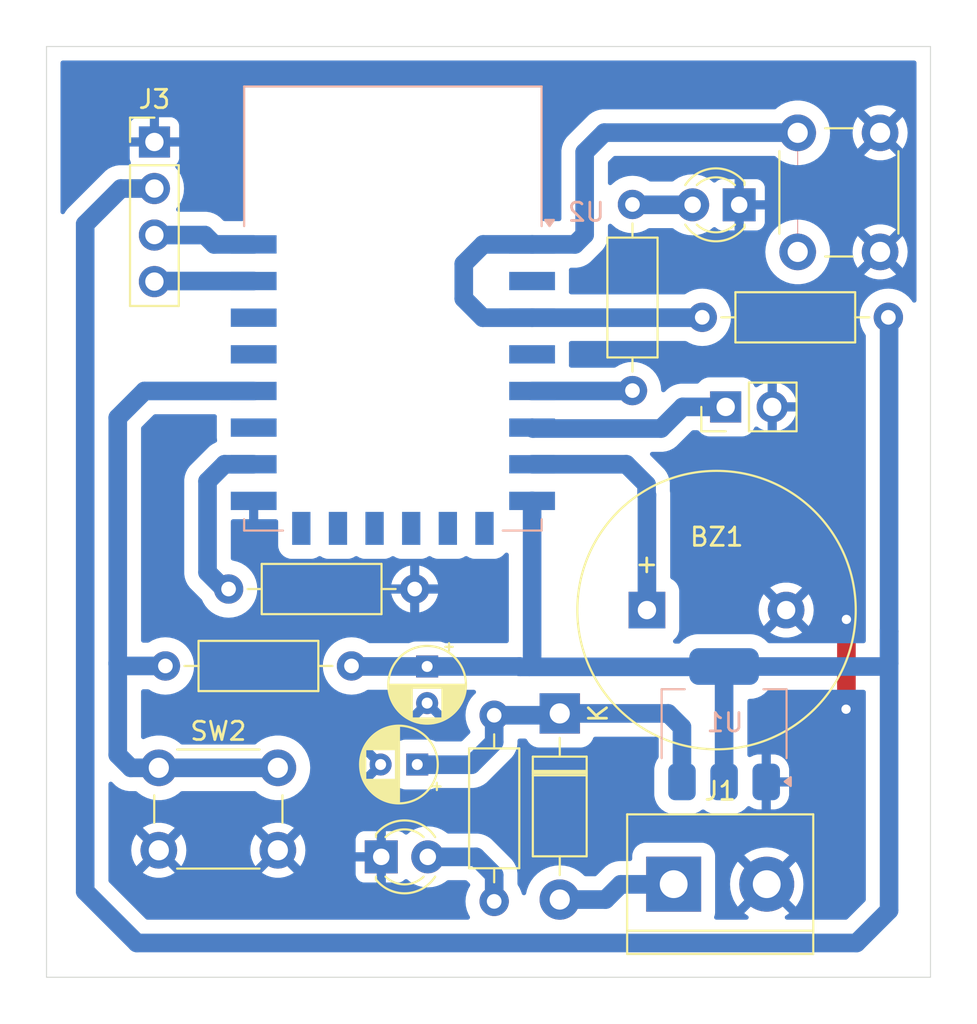
<source format=kicad_pcb>
(kicad_pcb (version 20240108) (generator "pcbnew") (generator_version "8.0")
  (layers (0 "F.Cu" signal) (31 "B.Cu" signal) (34 "B.Paste" user) (35 "F.Paste" user) (36 "B.SilkS" user "B.Silkscreen") (37 "F.SilkS" user "F.Silkscreen") (38 "B.Mask" user) (39 "F.Mask" user) (44 "Edge.Cuts" user))
  (net 0 "")
  (net 1 "GND")
  (net 2 "Net-(BZ1-+)")
  (net 3 "Net-(D1-K)")
  (net 4 "+3.3V")
  (net 5 "Net-(D1-A)")
  (net 6 "Net-(D2-A)")
  (net 7 "Net-(D3-A)")
  (net 8 "/TXD")
  (net 9 "/RXD")
  (net 10 "Net-(SW1A-B)")
  (net 11 "Net-(SW2A-A)")
  (net 12 "Net-(U2-GPIO15)")
  (net 13 "Net-(U2-GPIO14)")
  (net 14 "Net-(SW3-A)")
  (footprint "Button_Switch_THT:SW_PUSH_6mm" (layer "F.Cu") (at 134.41 55.51 -90)
    (property "Reference" "SW1" (hide yes))
    (property "Value" "Reset")
    (fp_line (start 1 5.5) (end 5.5 5.5) (stroke (width 0.12)) (layer "F.SilkS"))
    (fp_line (start 6.75 3) (end 6.75 1.5) (stroke (width 0.12)) (layer "F.SilkS"))
    (fp_line (start -0.25 1.5) (end -0.25 3) (stroke (width 0.12)) (layer "F.SilkS"))
    (fp_line (start 5.5 -1) (end 1 -1) (stroke (width 0.12)) (layer "F.SilkS"))
    (pad "1" thru_hole circle (at 0 0) (size 2 2) (drill 1.1) (layers "*.Cu" "*.Mask") (net 1 "GND"))
    (pad "1" thru_hole circle (at 6.5 0) (size 2 2) (drill 1.1) (layers "*.Cu" "*.Mask") (net 1 "GND"))
    (pad "2" thru_hole circle (at 0 4.5) (size 2 2) (drill 1.1) (layers "*.Cu" "*.Mask") (net 10 "Net-(SW1A-B)"))
    (pad "2" thru_hole circle (at 6.5 4.5) (size 2 2) (drill 1.1) (layers "*.Cu" "*.Mask") (net 10 "Net-(SW1A-B)"))
  )
  (footprint "Resistor_THT:R_Axial_DIN0207_L6.3mm_D2.5mm_P10.16mm_Horizontal" (layer "F.Cu") (at 98.84 80.41)
    (property "Reference" "R4" (hide yes))
    (property "Value" "10k")
    (fp_line (start 1.04 0) (end 1.81 0) (stroke (width 0.12)) (layer "F.SilkS"))
    (fp_line (start 1.81 -1.37) (end 1.81 1.37) (stroke (width 0.12)) (layer "F.SilkS"))
    (fp_line (start 1.81 1.37) (end 8.35 1.37) (stroke (width 0.12)) (layer "F.SilkS"))
    (fp_line (start 8.35 -1.37) (end 1.81 -1.37) (stroke (width 0.12)) (layer "F.SilkS"))
    (fp_line (start 8.35 1.37) (end 8.35 -1.37) (stroke (width 0.12)) (layer "F.SilkS"))
    (fp_line (start 9.12 0) (end 8.35 0) (stroke (width 0.12)) (layer "F.SilkS"))
    (pad "1" thru_hole circle (at 0 0) (size 1.6 1.6) (drill 0.8) (layers "*.Cu" "*.Mask") (net 12 "Net-(U2-GPIO15)"))
    (pad "2" thru_hole oval (at 10.16 0) (size 1.6 1.6) (drill 0.8) (layers "*.Cu" "*.Mask") (net 1 "GND"))
  )
  (footprint "Buzzer_Beeper:Buzzer_15x7.5RM7.6" (layer "F.Cu") (at 121.68 81.56)
    (property "Reference" "BZ1" (at 3.81 -3.99 0) (layer "F.SilkS"))
    (property "Value" "Buzzer")
    (fp_circle (center 3.8 0) (end 11.4 0) (stroke (width 0.12)) (fill none) (layer "F.SilkS"))
    (fp_text user "+" (at -0.01 -2.54 0) (layer "F.SilkS"))
    (pad "1" thru_hole rect (at 0 0) (size 2 2) (drill 1) (layers "*.Cu" "*.Mask") (net 2 "Net-(BZ1-+)"))
    (pad "2" thru_hole circle (at 7.6 0) (size 2 2) (drill 1) (layers "*.Cu" "*.Mask") (net 1 "GND"))
  )
  (footprint "Connector_PinHeader_2.54mm:PinHeader_1x04_P2.54mm_Vertical" (layer "F.Cu") (at 94.79 56.01)
    (property "Reference" "J3" (at 0 -2.33 0) (layer "F.SilkS"))
    (property "Value" "Programer")
    (fp_line (start -1.33 -1.33) (end 0 -1.33) (stroke (width 0.12)) (layer "F.SilkS"))
    (fp_line (start -1.33 0) (end -1.33 -1.33) (stroke (width 0.12)) (layer "F.SilkS"))
    (fp_line (start -1.33 1.27) (end -1.33 8.95) (stroke (width 0.12)) (layer "F.SilkS"))
    (fp_line (start -1.33 1.27) (end 1.33 1.27) (stroke (width 0.12)) (layer "F.SilkS"))
    (fp_line (start -1.33 8.95) (end 1.33 8.95) (stroke (width 0.12)) (layer "F.SilkS"))
    (fp_line (start 1.33 1.27) (end 1.33 8.95) (stroke (width 0.12)) (layer "F.SilkS"))
    (pad "1" thru_hole rect (at 0 0) (size 1.7 1.7) (drill 1) (layers "*.Cu" "*.Mask") (net 1 "GND"))
    (pad "2" thru_hole oval (at 0 2.54) (size 1.7 1.7) (drill 1) (layers "*.Cu" "*.Mask") (net 4 "+3.3V"))
    (pad "3" thru_hole oval (at 0 5.08) (size 1.7 1.7) (drill 1) (layers "*.Cu" "*.Mask") (net 8 "/TXD"))
    (pad "4" thru_hole oval (at 0 7.62) (size 1.7 1.7) (drill 1) (layers "*.Cu" "*.Mask") (net 9 "/RXD"))
  )
  (footprint "Resistor_THT:R_Axial_DIN0207_L6.3mm_D2.5mm_P10.16mm_Horizontal" (layer "F.Cu") (at 134.86 65.58 180)
    (property "Reference" "R2" (hide yes))
    (property "Value" "10k")
    (fp_line (start 9.12 0) (end 8.35 0) (stroke (width 0.12)) (layer "F.SilkS"))
    (fp_line (start 8.35 1.37) (end 8.35 -1.37) (stroke (width 0.12)) (layer "F.SilkS"))
    (fp_line (start 8.35 -1.37) (end 1.81 -1.37) (stroke (width 0.12)) (layer "F.SilkS"))
    (fp_line (start 1.81 1.37) (end 8.35 1.37) (stroke (width 0.12)) (layer "F.SilkS"))
    (fp_line (start 1.81 -1.37) (end 1.81 1.37) (stroke (width 0.12)) (layer "F.SilkS"))
    (fp_line (start 1.04 0) (end 1.81 0) (stroke (width 0.12)) (layer "F.SilkS"))
    (pad "1" thru_hole circle (at 0 0 180) (size 1.6 1.6) (drill 0.8) (layers "*.Cu" "*.Mask") (net 4 "+3.3V"))
    (pad "2" thru_hole oval (at 10.16 0 180) (size 1.6 1.6) (drill 0.8) (layers "*.Cu" "*.Mask") (net 10 "Net-(SW1A-B)"))
  )
  (footprint "TerminalBlock:TerminalBlock_bornier-2_P5.08mm" (layer "F.Cu") (at 123.14 96.52)
    (property "Reference" "J1" (at 2.54 -5.08 0) (layer "F.SilkS"))
    (property "Value" "Power")
    (fp_line (start -2.54 -3.81) (end -2.54 3.81) (stroke (width 0.12)) (layer "F.SilkS"))
    (fp_line (start -2.54 3.81) (end 7.62 3.81) (stroke (width 0.12)) (layer "F.SilkS"))
    (fp_line (start 7.62 -3.81) (end -2.54 -3.81) (stroke (width 0.12)) (layer "F.SilkS"))
    (fp_line (start 7.62 2.54) (end -2.54 2.54) (stroke (width 0.12)) (layer "F.SilkS"))
    (fp_line (start 7.62 3.81) (end 7.62 -3.81) (stroke (width 0.12)) (layer "F.SilkS"))
    (pad "1" thru_hole rect (at 0 0) (size 3 3) (drill 1.52) (layers "*.Cu" "*.Mask") (net 5 "Net-(D1-A)"))
    (pad "2" thru_hole circle (at 5.08 0) (size 3 3) (drill 1.52) (layers "*.Cu" "*.Mask") (net 1 "GND"))
  )
  (footprint "Button_Switch_THT:SW_PUSH_6mm" (layer "F.Cu") (at 95.03 90.17)
    (property "Reference" "SW2" (at 3.25 -2 360) (layer "F.SilkS"))
    (property "Value" "Mode")
    (fp_line (start -0.25 1.5) (end -0.25 3) (stroke (width 0.12)) (layer "F.SilkS"))
    (fp_line (start 1 5.5) (end 5.5 5.5) (stroke (width 0.12)) (layer "F.SilkS"))
    (fp_line (start 5.5 -1) (end 1 -1) (stroke (width 0.12)) (layer "F.SilkS"))
    (fp_line (start 6.75 3) (end 6.75 1.5) (stroke (width 0.12)) (layer "F.SilkS"))
    (pad "1" thru_hole circle (at 0 0 90) (size 2 2) (drill 1.1) (layers "*.Cu" "*.Mask") (net 11 "Net-(SW2A-A)"))
    (pad "1" thru_hole circle (at 6.5 0 90) (size 2 2) (drill 1.1) (layers "*.Cu" "*.Mask") (net 11 "Net-(SW2A-A)"))
    (pad "2" thru_hole circle (at 0 4.5 90) (size 2 2) (drill 1.1) (layers "*.Cu" "*.Mask") (net 1 "GND"))
    (pad "2" thru_hole circle (at 6.5 4.5 90) (size 2 2) (drill 1.1) (layers "*.Cu" "*.Mask") (net 1 "GND"))
  )
  (footprint "Connector_PinHeader_2.54mm:PinHeader_1x02_P2.54mm_Vertical" (layer "F.Cu") (at 125.98 70.47 90)
    (property "Reference" "SW3" (hide yes))
    (property "Value" "Button")
    (fp_line (start -1.33 -1.33) (end 0 -1.33) (stroke (width 0.12)) (layer "F.SilkS"))
    (fp_line (start -1.33 0) (end -1.33 -1.33) (stroke (width 0.12)) (layer "F.SilkS"))
    (fp_line (start 1.33 1.27) (end 1.33 3.87) (stroke (width 0.12)) (layer "F.SilkS"))
    (fp_line (start -1.33 1.27) (end 1.33 1.27) (stroke (width 0.12)) (layer "F.SilkS"))
    (fp_line (start -1.33 1.27) (end -1.33 3.87) (stroke (width 0.12)) (layer "F.SilkS"))
    (fp_line (start -1.33 3.87) (end 1.33 3.87) (stroke (width 0.12)) (layer "F.SilkS"))
    (pad "1" thru_hole rect (at 0 0 90) (size 1.7 1.7) (drill 1) (layers "*.Cu" "*.Mask") (net 14 "Net-(SW3-A)"))
    (pad "2" thru_hole oval (at 0 2.54 90) (size 1.7 1.7) (drill 1) (layers "*.Cu" "*.Mask") (net 1 "GND"))
  )
  (footprint "Resistor_THT:R_Axial_DIN0207_L6.3mm_D2.5mm_P10.16mm_Horizontal" (layer "F.Cu") (at 120.89 69.58 90)
    (property "Reference" "R5" (hide yes))
    (property "Value" "100")
    (fp_line (start 8.35 -1.37) (end 1.81 -1.37) (stroke (width 0.12)) (layer "F.SilkS"))
    (fp_line (start 1.81 -1.37) (end 1.81 1.37) (stroke (width 0.12)) (layer "F.SilkS"))
    (fp_line (start 9.12 0) (end 8.35 0) (stroke (width 0.12)) (layer "F.SilkS"))
    (fp_line (start 1.04 0) (end 1.81 0) (stroke (width 0.12)) (layer "F.SilkS"))
    (fp_line (start 8.35 1.37) (end 8.35 -1.37) (stroke (width 0.12)) (layer "F.SilkS"))
    (fp_line (start 1.81 1.37) (end 8.35 1.37) (stroke (width 0.12)) (layer "F.SilkS"))
    (pad "1" thru_hole circle (at 0 0 90) (size 1.6 1.6) (drill 0.8) (layers "*.Cu" "*.Mask") (net 13 "Net-(U2-GPIO14)"))
    (pad "2" thru_hole oval (at 10.16 0 90) (size 1.6 1.6) (drill 0.8) (layers "*.Cu" "*.Mask") (net 7 "Net-(D3-A)"))
  )
  (footprint "Diode_THT:D_DO-41_SOD81_P10.16mm_Horizontal" (layer "F.Cu") (at 116.92 87.2 -90)
    (property "Reference" "D1" (hide yes))
    (property "Value" "1N4001")
    (fp_line (start 2.36 1.47) (end 7.8 1.47) (stroke (width 0.12)) (layer "F.SilkS"))
    (fp_line (start 7.8 1.47) (end 7.8 -1.47) (stroke (width 0.12)) (layer "F.SilkS"))
    (fp_line (start 1.34 0) (end 2.36 0) (stroke (width 0.12)) (layer "F.SilkS"))
    (fp_line (start 8.82 0) (end 7.8 0) (stroke (width 0.12)) (layer "F.SilkS"))
    (fp_line (start 2.36 -1.47) (end 2.36 1.47) (stroke (width 0.12)) (layer "F.SilkS"))
    (fp_line (start 3.14 -1.47) (end 3.14 1.47) (stroke (width 0.12)) (layer "F.SilkS"))
    (fp_line (start 3.26 -1.47) (end 3.26 1.47) (stroke (width 0.12)) (layer "F.SilkS"))
    (fp_line (start 3.38 -1.47) (end 3.38 1.47) (stroke (width 0.12)) (layer "F.SilkS"))
    (fp_line (start 7.8 -1.47) (end 2.36 -1.47) (stroke (width 0.12)) (layer "F.SilkS"))
    (fp_text user "K" (at 0 -2.1 90) (layer "F.SilkS"))
    (pad "1" thru_hole rect (at 0 0 270) (size 2.2 2.2) (drill 1.1) (layers "*.Cu" "*.Mask") (net 3 "Net-(D1-K)"))
    (pad "2" thru_hole oval (at 10.16 0 270) (size 2.2 2.2) (drill 1.1) (layers "*.Cu" "*.Mask") (net 5 "Net-(D1-A)"))
  )
  (footprint "LED_THT:LED_D3.0mm_Clear" (layer "F.Cu") (at 107.175 95.03)
    (property "Reference" "D2" (hide yes))
    (property "Value" "LED")
    (fp_line (start -0.29 -1.236) (end -0.29 -1.08) (stroke (width 0.12)) (layer "F.SilkS"))
    (fp_line (start -0.29 1.08) (end -0.29 1.236) (stroke (width 0.12)) (layer "F.SilkS"))
    (fp_arc (start -0.29 -1.235516) (mid 1.366487 -1.987659) (end 2.942335 -1.078608) (stroke (width 0.12)) (layer "F.SilkS"))
    (fp_arc (start 0.229039 -1.08) (mid 1.270117 -1.5) (end 2.31113 -1.079837) (stroke (width 0.12)) (layer "F.SilkS"))
    (fp_arc (start 2.31113 1.079837) (mid 1.270117 1.5) (end 0.229039 1.08) (stroke (width 0.12)) (layer "F.SilkS"))
    (fp_arc (start 2.942335 1.078608) (mid 1.366487 1.987659) (end -0.29 1.235516) (stroke (width 0.12)) (layer "F.SilkS"))
    (pad "1" thru_hole rect (at 0 0) (size 1.8 1.8) (drill 0.9) (layers "*.Cu" "*.Mask") (net 1 "GND"))
    (pad "2" thru_hole circle (at 2.54 0) (size 1.8 1.8) (drill 0.9) (layers "*.Cu" "*.Mask") (net 6 "Net-(D2-A)"))
  )
  (footprint "Resistor_THT:R_Axial_DIN0207_L6.3mm_D2.5mm_P10.16mm_Horizontal" (layer "F.Cu") (at 105.55 84.61 180)
    (property "Reference" "R3" (hide yes))
    (property "Value" "10k")
    (fp_line (start 9.12 0) (end 8.35 0) (stroke (width 0.12)) (layer "F.SilkS"))
    (fp_line (start 8.35 1.37) (end 8.35 -1.37) (stroke (width 0.12)) (layer "F.SilkS"))
    (fp_line (start 8.35 -1.37) (end 1.81 -1.37) (stroke (width 0.12)) (layer "F.SilkS"))
    (fp_line (start 1.81 1.37) (end 8.35 1.37) (stroke (width 0.12)) (layer "F.SilkS"))
    (fp_line (start 1.81 -1.37) (end 1.81 1.37) (stroke (width 0.12)) (layer "F.SilkS"))
    (fp_line (start 1.04 0) (end 1.81 0) (stroke (width 0.12)) (layer "F.SilkS"))
    (pad "1" thru_hole circle (at 0 0 180) (size 1.6 1.6) (drill 0.8) (layers "*.Cu" "*.Mask") (net 4 "+3.3V"))
    (pad "2" thru_hole oval (at 10.16 0 180) (size 1.6 1.6) (drill 0.8) (layers "*.Cu" "*.Mask") (net 11 "Net-(SW2A-A)"))
  )
  (footprint "Capacitor_THT:CP_Radial_D4.0mm_P2.00mm" (layer "F.Cu") (at 109.68 84.637401 -90)
    (property "Reference" "C2" (hide yes))
    (property "Value" "10uF")
    (fp_line (start 1.2 0.84) (end 1.2 2.071) (stroke (width 0.12)) (layer "F.SilkS"))
    (fp_line (start 1.24 0.84) (end 1.24 2.067) (stroke (width 0.12)) (layer "F.SilkS"))
    (fp_line (start 1.28 0.84) (end 1.28 2.062) (stroke (width 0.12)) (layer "F.SilkS"))
    (fp_line (start 1.32 0.84) (end 1.32 2.056) (stroke (width 0.12)) (layer "F.SilkS"))
    (fp_line (start 1.36 0.84) (end 1.36 2.05) (stroke (width 0.12)) (layer "F.SilkS"))
    (fp_line (start 1.4 0.84) (end 1.4 2.042) (stroke (width 0.12)) (layer "F.SilkS"))
    (fp_line (start 1.44 0.84) (end 1.44 2.034) (stroke (width 0.12)) (layer "F.SilkS"))
    (fp_line (start 1.48 0.84) (end 1.48 2.025) (stroke (width 0.12)) (layer "F.SilkS"))
    (fp_line (start 1.52 0.84) (end 1.52 2.016) (stroke (width 0.12)) (layer "F.SilkS"))
    (fp_line (start 1.56 0.84) (end 1.56 2.005) (stroke (width 0.12)) (layer "F.SilkS"))
    (fp_line (start 1.6 0.84) (end 1.6 1.994) (stroke (width 0.12)) (layer "F.SilkS"))
    (fp_line (start 1.64 0.84) (end 1.64 1.982) (stroke (width 0.12)) (layer "F.SilkS"))
    (fp_line (start 1.68 0.84) (end 1.68 1.968) (stroke (width 0.12)) (layer "F.SilkS"))
    (fp_line (start 1.721 0.84) (end 1.721 1.954) (stroke (width 0.12)) (layer "F.SilkS"))
    (fp_line (start 1.761 0.84) (end 1.761 1.94) (stroke (width 0.12)) (layer "F.SilkS"))
    (fp_line (start 1.801 0.84) (end 1.801 1.924) (stroke (width 0.12)) (layer "F.SilkS"))
    (fp_line (start 1.841 0.84) (end 1.841 1.907) (stroke (width 0.12)) (layer "F.SilkS"))
    (fp_line (start 1.881 0.84) (end 1.881 1.889) (stroke (width 0.12)) (layer "F.SilkS"))
    (fp_line (start 1.921 0.84) (end 1.921 1.87) (stroke (width 0.12)) (layer "F.SilkS"))
    (fp_line (start 1.961 0.84) (end 1.961 1.851) (stroke (width 0.12)) (layer "F.SilkS"))
    (fp_line (start 2.001 0.84) (end 2.001 1.83) (stroke (width 0.12)) (layer "F.SilkS"))
    (fp_line (start 2.041 0.84) (end 2.041 1.808) (stroke (width 0.12)) (layer "F.SilkS"))
    (fp_line (start 2.081 0.84) (end 2.081 1.785) (stroke (width 0.12)) (layer "F.SilkS"))
    (fp_line (start 2.121 0.84) (end 2.121 1.76) (stroke (width 0.12)) (layer "F.SilkS"))
    (fp_line (start 2.161 0.84) (end 2.161 1.735) (stroke (width 0.12)) (layer "F.SilkS"))
    (fp_line (start 2.201 0.84) (end 2.201 1.708) (stroke (width 0.12)) (layer "F.SilkS"))
    (fp_line (start 2.241 0.84) (end 2.241 1.68) (stroke (width 0.12)) (layer "F.SilkS"))
    (fp_line (start 2.281 0.84) (end 2.281 1.65) (stroke (width 0.12)) (layer "F.SilkS"))
    (fp_line (start 2.321 0.84) (end 2.321 1.619) (stroke (width 0.12)) (layer "F.SilkS"))
    (fp_line (start 2.361 0.84) (end 2.361 1.587) (stroke (width 0.12)) (layer "F.SilkS"))
    (fp_line (start 2.401 0.84) (end 2.401 1.552) (stroke (width 0.12)) (layer "F.SilkS"))
    (fp_line (start 2.441 0.84) (end 2.441 1.516) (stroke (width 0.12)) (layer "F.SilkS"))
    (fp_line (start 2.481 0.84) (end 2.481 1.478) (stroke (width 0.12)) (layer "F.SilkS"))
    (fp_line (start 2.521 0.84) (end 2.521 1.438) (stroke (width 0.12)) (layer "F.SilkS"))
    (fp_line (start 2.561 0.84) (end 2.561 1.396) (stroke (width 0.12)) (layer "F.SilkS"))
    (fp_line (start 2.601 0.84) (end 2.601 1.351) (stroke (width 0.12)) (layer "F.SilkS"))
    (fp_line (start 2.641 0.84) (end 2.641 1.304) (stroke (width 0.12)) (layer "F.SilkS"))
    (fp_line (start 2.681 0.84) (end 2.681 1.254) (stroke (width 0.12)) (layer "F.SilkS"))
    (fp_line (start 2.721 0.84) (end 2.721 1.2) (stroke (width 0.12)) (layer "F.SilkS"))
    (fp_line (start 2.761 0.84) (end 2.761 1.142) (stroke (width 0.12)) (layer "F.SilkS"))
    (fp_line (start 2.801 0.84) (end 2.801 1.08) (stroke (width 0.12)) (layer "F.SilkS"))
    (fp_line (start 3.081 -0.37) (end 3.081 0.37) (stroke (width 0.12)) (layer "F.SilkS"))
    (fp_line (start 3.041 -0.537) (end 3.041 0.537) (stroke (width 0.12)) (layer "F.SilkS"))
    (fp_line (start 3.001 -0.664) (end 3.001 0.664) (stroke (width 0.12)) (layer "F.SilkS"))
    (fp_line (start 2.961 -0.768) (end 2.961 0.768) (stroke (width 0.12)) (layer "F.SilkS"))
    (fp_line (start 2.921 -0.859) (end 2.921 0.859) (stroke (width 0.12)) (layer "F.SilkS"))
    (fp_line (start 2.881 -0.94) (end 2.881 0.94) (stroke (width 0.12)) (layer "F.SilkS"))
    (fp_line (start 2.841 -1.013) (end 2.841 1.013) (stroke (width 0.12)) (layer "F.SilkS"))
    (fp_line (start 2.801 -1.08) (end 2.801 -0.84) (stroke (width 0.12)) (layer "F.SilkS"))
    (fp_line (start 2.761 -1.142) (end 2.761 -0.84) (stroke (width 0.12)) (layer "F.SilkS"))
    (fp_line (start -1.269801 -1.195) (end -0.869801 -1.195) (stroke (width 0.12)) (layer "F.SilkS"))
    (fp_line (start 2.721 -1.2) (end 2.721 -0.84) (stroke (width 0.12)) (layer "F.SilkS"))
    (fp_line (start 2.681 -1.254) (end 2.681 -0.84) (stroke (width 0.12)) (layer "F.SilkS"))
    (fp_line (start 2.641 -1.304) (end 2.641 -0.84) (stroke (width 0.12)) (layer "F.SilkS"))
    (fp_line (start 2.601 -1.351) (end 2.601 -0.84) (stroke (width 0.12)) (layer "F.SilkS"))
    (fp_line (start -1.069801 -1.395) (end -1.069801 -0.995) (stroke (width 0.12)) (layer "F.SilkS"))
    (fp_line (start 2.561 -1.396) (end 2.561 -0.84) (stroke (width 0.12)) (layer "F.SilkS"))
    (fp_line (start 2.521 -1.438) (end 2.521 -0.84) (stroke (width 0.12)) (layer "F.SilkS"))
    (fp_line (start 2.481 -1.478) (end 2.481 -0.84) (stroke (width 0.12)) (layer "F.SilkS"))
    (fp_line (start 2.441 -1.516) (end 2.441 -0.84) (stroke (width 0.12)) (layer "F.SilkS"))
    (fp_line (start 2.401 -1.552) (end 2.401 -0.84) (stroke (width 0.12)) (layer "F.SilkS"))
    (fp_line (start 2.361 -1.587) (end 2.361 -0.84) (stroke (width 0.12)) (layer "F.SilkS"))
    (fp_line (start 2.321 -1.619) (end 2.321 -0.84) (stroke (width 0.12)) (layer "F.SilkS"))
    (fp_line (start 2.281 -1.65) (end 2.281 -0.84) (stroke (width 0.12)) (layer "F.SilkS"))
    (fp_line (start 2.241 -1.68) (end 2.241 -0.84) (stroke (width 0.12)) (layer "F.SilkS"))
    (fp_line (start 2.201 -1.708) (end 2.201 -0.84) (stroke (width 0.12)) (layer "F.SilkS"))
    (fp_line (start 2.161 -1.735) (end 2.161 -0.84) (stroke (width 0.12)) (layer "F.SilkS"))
    (fp_line (start 2.121 -1.76) (end 2.121 -0.84) (stroke (width 0.12)) (layer "F.SilkS"))
    (fp_line (start 2.081 -1.785) (end 2.081 -0.84) (stroke (width 0.12)) (layer "F.SilkS"))
    (fp_line (start 2.041 -1.808) (end 2.041 -0.84) (stroke (width 0.12)) (layer "F.SilkS"))
    (fp_line (start 2.001 -1.83) (end 2.001 -0.84) (stroke (width 0.12)) (layer "F.SilkS"))
    (fp_line (start 1.961 -1.851) (end 1.961 -0.84) (stroke (width 0.12)) (layer "F.SilkS"))
    (fp_line (start 1.921 -1.87) (end 1.921 -0.84) (stroke (width 0.12)) (layer "F.SilkS"))
    (fp_line (start 1.881 -1.889) (end 1.881 -0.84) (stroke (width 0.12)) (layer "F.SilkS"))
    (fp_line (start 1.841 -1.907) (end 1.841 -0.84) (stroke (width 0.12)) (layer "F.SilkS"))
    (fp_line (start 1.801 -1.924) (end 1.801 -0.84) (stroke (width 0.12)) (layer "F.SilkS"))
    (fp_line (start 1.761 -1.94) (end 1.761 -0.84) (stroke (width 0.12)) (layer "F.SilkS"))
    (fp_line (start 1.721 -1.954) (end 1.721 -0.84) (stroke (width 0.12)) (layer "F.SilkS"))
    (fp_line (start 1.68 -1.968) (end 1.68 -0.84) (stroke (width 0.12)) (layer "F.SilkS"))
    (fp_line (start 1.64 -1.982) (end 1.64 -0.84) (stroke (width 0.12)) (layer "F.SilkS"))
    (fp_line (start 1.6 -1.994) (end 1.6 -0.84) (stroke (width 0.12)) (layer "F.SilkS"))
    (fp_line (start 1.56 -2.005) (end 1.56 -0.84) (stroke (width 0.12)) (layer "F.SilkS"))
    (fp_line (start 1.52 -2.016) (end 1.52 -0.84) (stroke (width 0.12)) (layer "F.SilkS"))
    (fp_line (start 1.48 -2.025) (end 1.48 -0.84) (stroke (width 0.12)) (layer "F.SilkS"))
    (fp_line (start 1.44 -2.034) (end 1.44 -0.84) (stroke (width 0.12)) (layer "F.SilkS"))
    (fp_line (start 1.4 -2.042) (end 1.4 -0.84) (stroke (width 0.12)) (layer "F.SilkS"))
    (fp_line (start 1.36 -2.05) (end 1.36 -0.84) (stroke (width 0.12)) (layer "F.SilkS"))
    (fp_line (start 1.32 -2.056) (end 1.32 -0.84) (stroke (width 0.12)) (layer "F.SilkS"))
    (fp_line (start 1.28 -2.062) (end 1.28 -0.84) (stroke (width 0.12)) (layer "F.SilkS"))
    (fp_line (start 1.24 -2.067) (end 1.24 -0.84) (stroke (width 0.12)) (layer "F.SilkS"))
    (fp_line (start 1.2 -2.071) (end 1.2 -0.84) (stroke (width 0.12)) (layer "F.SilkS"))
    (fp_line (start 1.16 -2.074) (end 1.16 2.074) (stroke (width 0.12)) (layer "F.SilkS"))
    (fp_line (start 1.12 -2.077) (end 1.12 2.077) (stroke (width 0.12)) (layer "F.SilkS"))
    (fp_line (start 1.08 -2.079) (end 1.08 2.079) (stroke (width 0.12)) (layer "F.SilkS"))
    (fp_line (start 1 -2.08) (end 1 2.08) (stroke (width 0.12)) (layer "F.SilkS"))
    (fp_line (start 1.04 -2.08) (end 1.04 2.08) (stroke (width 0.12)) (layer "F.SilkS"))
    (fp_circle (center 1 0) (end 3.12 0) (stroke (width 0.12)) (fill none) (layer "F.SilkS"))
    (pad "1" thru_hole rect (at 0 0 270) (size 1.2 1.2) (drill 0.6) (layers "*.Cu" "*.Mask") (net 4 "+3.3V"))
    (pad "2" thru_hole circle (at 2 0 270) (size 1.2 1.2) (drill 0.6) (layers "*.Cu" "*.Mask") (net 1 "GND"))
  )
  (footprint "Capacitor_THT:CP_Radial_D4.0mm_P2.00mm" (layer "F.Cu") (at 109.14 89.99 180)
    (property "Reference" "C1" (hide yes))
    (property "Value" "100uF")
    (fp_line (start 3.081 -0.37) (end 3.081 0.37) (stroke (width 0.12)) (layer "F.SilkS"))
    (fp_line (start 3.041 -0.537) (end 3.041 0.537) (stroke (width 0.12)) (layer "F.SilkS"))
    (fp_line (start 3.001 -0.664) (end 3.001 0.664) (stroke (width 0.12)) (layer "F.SilkS"))
    (fp_line (start 2.961 -0.768) (end 2.961 0.768) (stroke (width 0.12)) (layer "F.SilkS"))
    (fp_line (start 2.921 -0.859) (end 2.921 0.859) (stroke (width 0.12)) (layer "F.SilkS"))
    (fp_line (start 2.881 -0.94) (end 2.881 0.94) (stroke (width 0.12)) (layer "F.SilkS"))
    (fp_line (start 2.841 -1.013) (end 2.841 1.013) (stroke (width 0.12)) (layer "F.SilkS"))
    (fp_line (start 2.801 0.84) (end 2.801 1.08) (stroke (width 0.12)) (layer "F.SilkS"))
    (fp_line (start 2.801 -1.08) (end 2.801 -0.84) (stroke (width 0.12)) (layer "F.SilkS"))
    (fp_line (start 2.761 0.84) (end 2.761 1.142) (stroke (width 0.12)) (layer "F.SilkS"))
    (fp_line (start 2.761 -1.142) (end 2.761 -0.84) (stroke (width 0.12)) (layer "F.SilkS"))
    (fp_line (start 2.721 0.84) (end 2.721 1.2) (stroke (width 0.12)) (layer "F.SilkS"))
    (fp_line (start 2.721 -1.2) (end 2.721 -0.84) (stroke (width 0.12)) (layer "F.SilkS"))
    (fp_line (start 2.681 0.84) (end 2.681 1.254) (stroke (width 0.12)) (layer "F.SilkS"))
    (fp_line (start 2.681 -1.254) (end 2.681 -0.84) (stroke (width 0.12)) (layer "F.SilkS"))
    (fp_line (start 2.641 0.84) (end 2.641 1.304) (stroke (width 0.12)) (layer "F.SilkS"))
    (fp_line (start 2.641 -1.304) (end 2.641 -0.84) (stroke (width 0.12)) (layer "F.SilkS"))
    (fp_line (start 2.601 0.84) (end 2.601 1.351) (stroke (width 0.12)) (layer "F.SilkS"))
    (fp_line (start 2.601 -1.351) (end 2.601 -0.84) (stroke (width 0.12)) (layer "F.SilkS"))
    (fp_line (start 2.561 0.84) (end 2.561 1.396) (stroke (width 0.12)) (layer "F.SilkS"))
    (fp_line (start 2.561 -1.396) (end 2.561 -0.84) (stroke (width 0.12)) (layer "F.SilkS"))
    (fp_line (start 2.521 0.84) (end 2.521 1.438) (stroke (width 0.12)) (layer "F.SilkS"))
    (fp_line (start 2.521 -1.438) (end 2.521 -0.84) (stroke (width 0.12)) (layer "F.SilkS"))
    (fp_line (start 2.481 0.84) (end 2.481 1.478) (stroke (width 0.12)) (layer "F.SilkS"))
    (fp_line (start 2.481 -1.478) (end 2.481 -0.84) (stroke (width 0.12)) (layer "F.SilkS"))
    (fp_line (start 2.441 0.84) (end 2.441 1.516) (stroke (width 0.12)) (layer "F.SilkS"))
    (fp_line (start 2.441 -1.516) (end 2.441 -0.84) (stroke (width 0.12)) (layer "F.SilkS"))
    (fp_line (start 2.401 0.84) (end 2.401 1.552) (stroke (width 0.12)) (layer "F.SilkS"))
    (fp_line (start 2.401 -1.552) (end 2.401 -0.84) (stroke (width 0.12)) (layer "F.SilkS"))
    (fp_line (start 2.361 0.84) (end 2.361 1.587) (stroke (width 0.12)) (layer "F.SilkS"))
    (fp_line (start 2.361 -1.587) (end 2.361 -0.84) (stroke (width 0.12)) (layer "F.SilkS"))
    (fp_line (start 2.321 0.84) (end 2.321 1.619) (stroke (width 0.12)) (layer "F.SilkS"))
    (fp_line (start 2.321 -1.619) (end 2.321 -0.84) (stroke (width 0.12)) (layer "F.SilkS"))
    (fp_line (start 2.281 0.84) (end 2.281 1.65) (stroke (width 0.12)) (layer "F.SilkS"))
    (fp_line (start 2.281 -1.65) (end 2.281 -0.84) (stroke (width 0.12)) (layer "F.SilkS"))
    (fp_line (start 2.241 0.84) (end 2.241 1.68) (stroke (width 0.12)) (layer "F.SilkS"))
    (fp_line (start 2.241 -1.68) (end 2.241 -0.84) (stroke (width 0.12)) (layer "F.SilkS"))
    (fp_line (start 2.201 0.84) (end 2.201 1.708) (stroke (width 0.12)) (layer "F.SilkS"))
    (fp_line (start 2.201 -1.708) (end 2.201 -0.84) (stroke (width 0.12)) (layer "F.SilkS"))
    (fp_line (start 2.161 0.84) (end 2.161 1.735) (stroke (width 0.12)) (layer "F.SilkS"))
    (fp_line (start 2.161 -1.735) (end 2.161 -0.84) (stroke (width 0.12)) (layer "F.SilkS"))
    (fp_line (start 2.121 0.84) (end 2.121 1.76) (stroke (width 0.12)) (layer "F.SilkS"))
    (fp_line (start 2.121 -1.76) (end 2.121 -0.84) (stroke (width 0.12)) (layer "F.SilkS"))
    (fp_line (start 2.081 0.84) (end 2.081 1.785) (stroke (width 0.12)) (layer "F.SilkS"))
    (fp_line (start 2.081 -1.785) (end 2.081 -0.84) (stroke (width 0.12)) (layer "F.SilkS"))
    (fp_line (start 2.041 0.84) (end 2.041 1.808) (stroke (width 0.12)) (layer "F.SilkS"))
    (fp_line (start 2.041 -1.808) (end 2.041 -0.84) (stroke (width 0.12)) (layer "F.SilkS"))
    (fp_line (start 2.001 0.84) (end 2.001 1.83) (stroke (width 0.12)) (layer "F.SilkS"))
    (fp_line (start 2.001 -1.83) (end 2.001 -0.84) (stroke (width 0.12)) (layer "F.SilkS"))
    (fp_line (start 1.961 0.84) (end 1.961 1.851) (stroke (width 0.12)) (layer "F.SilkS"))
    (fp_line (start 1.961 -1.851) (end 1.961 -0.84) (stroke (width 0.12)) (layer "F.SilkS"))
    (fp_line (start 1.921 0.84) (end 1.921 1.87) (stroke (width 0.12)) (layer "F.SilkS"))
    (fp_line (start 1.921 -1.87) (end 1.921 -0.84) (stroke (width 0.12)) (layer "F.SilkS"))
    (fp_line (start 1.881 0.84) (end 1.881 1.889) (stroke (width 0.12)) (layer "F.SilkS"))
    (fp_line (start 1.881 -1.889) (end 1.881 -0.84) (stroke (width 0.12)) (layer "F.SilkS"))
    (fp_line (start 1.841 0.84) (end 1.841 1.907) (stroke (width 0.12)) (layer "F.SilkS"))
    (fp_line (start 1.841 -1.907) (end 1.841 -0.84) (stroke (width 0.12)) (layer "F.SilkS"))
    (fp_line (start 1.801 0.84) (end 1.801 1.924) (stroke (width 0.12)) (layer "F.SilkS"))
    (fp_line (start 1.801 -1.924) (end 1.801 -0.84) (stroke (width 0.12)) (layer "F.SilkS"))
    (fp_line (start 1.761 0.84) (end 1.761 1.94) (stroke (width 0.12)) (layer "F.SilkS"))
    (fp_line (start 1.761 -1.94) (end 1.761 -0.84) (stroke (width 0.12)) (layer "F.SilkS"))
    (fp_line (start 1.721 0.84) (end 1.721 1.954) (stroke (width 0.12)) (layer "F.SilkS"))
    (fp_line (start 1.721 -1.954) (end 1.721 -0.84) (stroke (width 0.12)) (layer "F.SilkS"))
    (fp_line (start 1.68 0.84) (end 1.68 1.968) (stroke (width 0.12)) (layer "F.SilkS"))
    (fp_line (start 1.68 -1.968) (end 1.68 -0.84) (stroke (width 0.12)) (layer "F.SilkS"))
    (fp_line (start 1.64 0.84) (end 1.64 1.982) (stroke (width 0.12)) (layer "F.SilkS"))
    (fp_line (start 1.64 -1.982) (end 1.64 -0.84) (stroke (width 0.12)) (layer "F.SilkS"))
    (fp_line (start 1.6 0.84) (end 1.6 1.994) (stroke (width 0.12)) (layer "F.SilkS"))
    (fp_line (start 1.6 -1.994) (end 1.6 -0.84) (stroke (width 0.12)) (layer "F.SilkS"))
    (fp_line (start 1.56 0.84) (end 1.56 2.005) (stroke (width 0.12)) (layer "F.SilkS"))
    (fp_line (start 1.56 -2.005) (end 1.56 -0.84) (stroke (width 0.12)) (layer "F.SilkS"))
    (fp_line (start 1.52 0.84) (end 1.52 2.016) (stroke (width 0.12)) (layer "F.SilkS"))
    (fp_line (start 1.52 -2.016) (end 1.52 -0.84) (stroke (width 0.12)) (layer "F.SilkS"))
    (fp_line (start 1.48 0.84) (end 1.48 2.025) (stroke (width 0.12)) (layer "F.SilkS"))
    (fp_line (start 1.48 -2.025) (end 1.48 -0.84) (stroke (width 0.12)) (layer "F.SilkS"))
    (fp_line (start 1.44 0.84) (end 1.44 2.034) (stroke (width 0.12)) (layer "F.SilkS"))
    (fp_line (start 1.44 -2.034) (end 1.44 -0.84) (stroke (width 0.12)) (layer "F.SilkS"))
    (fp_line (start 1.4 0.84) (end 1.4 2.042) (stroke (width 0.12)) (layer "F.SilkS"))
    (fp_line (start 1.4 -2.042) (end 1.4 -0.84) (stroke (width 0.12)) (layer "F.SilkS"))
    (fp_line (start 1.36 0.84) (end 1.36 2.05) (stroke (width 0.12)) (layer "F.SilkS"))
    (fp_line (start 1.36 -2.05) (end 1.36 -0.84) (stroke (width 0.12)) (layer "F.SilkS"))
    (fp_line (start 1.32 0.84) (end 1.32 2.056) (stroke (width 0.12)) (layer "F.SilkS"))
    (fp_line (start 1.32 -2.056) (end 1.32 -0.84) (stroke (width 0.12)) (layer "F.SilkS"))
    (fp_line (start 1.28 0.84) (end 1.28 2.062) (stroke (width 0.12)) (layer "F.SilkS"))
    (fp_line (start 1.28 -2.062) (end 1.28 -0.84) (stroke (width 0.12)) (layer "F.SilkS"))
    (fp_line (start 1.24 0.84) (end 1.24 2.067) (stroke (width 0.12)) (layer "F.SilkS"))
    (fp_line (start 1.24 -2.067) (end 1.24 -0.84) (stroke (width 0.12)) (layer "F.SilkS"))
    (fp_line (start 1.2 0.84) (end 1.2 2.071) (stroke (width 0.12)) (layer "F.SilkS"))
    (fp_line (start 1.2 -2.071) (end 1.2 -0.84) (stroke (width 0.12)) (layer "F.SilkS"))
    (fp_line (start 1.16 -2.074) (end 1.16 2.074) (stroke (width 0.12)) (layer "F.SilkS"))
    (fp_line (start 1.12 -2.077) (end 1.12 2.077) (stroke (width 0.12)) (layer "F.SilkS"))
    (fp_line (start 1.08 -2.079) (end 1.08 2.079) (stroke (width 0.12)) (layer "F.SilkS"))
    (fp_line (start 1.04 -2.08) (end 1.04 2.08) (stroke (width 0.12)) (layer "F.SilkS"))
    (fp_line (start 1 -2.08) (end 1 2.08) (stroke (width 0.12)) (layer "F.SilkS"))
    (fp_line (start -1.069801 -1.395) (end -1.069801 -0.995) (stroke (width 0.12)) (layer "F.SilkS"))
    (fp_line (start -1.269801 -1.195) (end -0.869801 -1.195) (stroke (width 0.12)) (layer "F.SilkS"))
    (fp_circle (center 1 0) (end 3.12 0) (stroke (width 0.12)) (fill none) (layer "F.SilkS"))
    (pad "1" thru_hole rect (at 0 0 180) (size 1.2 1.2) (drill 0.6) (layers "*.Cu" "*.Mask") (net 3 "Net-(D1-K)"))
    (pad "2" thru_hole circle (at 2 0 180) (size 1.2 1.2) (drill 0.6) (layers "*.Cu" "*.Mask") (net 1 "GND"))
  )
  (footprint "Resistor_THT:R_Axial_DIN0207_L6.3mm_D2.5mm_P10.16mm_Horizontal" (layer "F.Cu") (at 113.34 87.3 -90)
    (property "Reference" "R1" (hide yes))
    (property "Value" "200")
    (fp_line (start 1.81 1.37) (end 8.35 1.37) (stroke (width 0.12)) (layer "F.SilkS"))
    (fp_line (start 8.35 1.37) (end 8.35 -1.37) (stroke (width 0.12)) (layer "F.SilkS"))
    (fp_line (start 1.04 0) (end 1.81 0) (stroke (width 0.12)) (layer "F.SilkS"))
    (fp_line (start 9.12 0) (end 8.35 0) (stroke (width 0.12)) (layer "F.SilkS"))
    (fp_line (start 1.81 -1.37) (end 1.81 1.37) (stroke (width 0.12)) (layer "F.SilkS"))
    (fp_line (start 8.35 -1.37) (end 1.81 -1.37) (stroke (width 0.12)) (layer "F.SilkS"))
    (pad "1" thru_hole circle (at 0 0 270) (size 1.6 1.6) (drill 0.8) (layers "*.Cu" "*.Mask") (net 3 "Net-(D1-K)"))
    (pad "2" thru_hole oval (at 10.16 0 270) (size 1.6 1.6) (drill 0.8) (layers "*.Cu" "*.Mask") (net 6 "Net-(D2-A)"))
  )
  (footprint "LED_THT:LED_D3.0mm_Clear" (layer "F.Cu") (at 126.715 59.44 180)
    (property "Reference" "D3" (hide yes))
    (property "Value" "Red")
    (fp_line (start -0.29 1.08) (end -0.29 1.236) (stroke (width 0.12)) (layer "F.SilkS"))
    (fp_line (start -0.29 -1.236) (end -0.29 -1.08) (stroke (width 0.12)) (layer "F.SilkS"))
    (fp_arc (start 2.942335 1.078608) (mid 1.366487 1.987659) (end -0.29 1.235516) (stroke (width 0.12)) (layer "F.SilkS"))
    (fp_arc (start 2.31113 1.079837) (mid 1.270117 1.5) (end 0.229039 1.08) (stroke (width 0.12)) (layer "F.SilkS"))
    (fp_arc (start 0.229039 -1.08) (mid 1.270117 -1.5) (end 2.31113 -1.079837) (stroke (width 0.12)) (layer "F.SilkS"))
    (fp_arc (start -0.29 -1.235516) (mid 1.366487 -1.987659) (end 2.942335 -1.078608) (stroke (width 0.12)) (layer "F.SilkS"))
    (pad "1" thru_hole rect (at 0 0 180) (size 1.8 1.8) (drill 0.9) (layers "*.Cu" "*.Mask") (net 1 "GND"))
    (pad "2" thru_hole circle (at 2.54 0 180) (size 1.8 1.8) (drill 0.9) (layers "*.Cu" "*.Mask") (net 7 "Net-(D3-A)"))
  )
  (footprint "Package_TO_SOT_SMD:SOT-223-3_TabPin2" (layer "B.Cu") (at 125.8925 87.79 90)
    (property "Reference" "U1" (at 0.09 0.0475 0) (layer "B.SilkS") (effects (justify mirror)))
    (property "Value" "AMS1117-3.3")
    (fp_line (start 1.91 -3.41) (end -1.85 -3.41) (stroke (width 0.12)) (layer "B.SilkS"))
    (fp_line (start 1.91 -2.15) (end 1.91 -3.41) (stroke (width 0.12)) (layer "B.SilkS"))
    (fp_line (start 1.91 2.15) (end 1.91 3.41) (stroke (width 0.12)) (layer "B.SilkS"))
    (fp_line (start 1.91 3.41) (end -1.85 3.41) (stroke (width 0.12)) (layer "B.SilkS"))
    (fp_poly (pts (xy -3.13 3.31) (xy -3.37 3.64) (xy -2.89 3.64) (xy -3.13 3.31)) (stroke (width 0.12)) (fill solid) (layer "B.SilkS"))
    (pad "1" smd roundrect (at -3.15 2.3 90) (size 2 1.5) (layers "B.Cu" "B.Paste" "B.Mask") (net 1 "GND"))
    (pad "2" smd roundrect (at -3.15 0 90) (size 2 1.5) (layers "B.Cu" "B.Paste" "B.Mask") (net 4 "+3.3V"))
    (pad "2" smd roundrect (at 3.15 0 90) (size 2 3.8) (layers "B.Cu" "B.Paste" "B.Mask") (net 4 "+3.3V"))
    (pad "3" smd roundrect (at -3.15 -2.3 90) (size 2 1.5) (layers "B.Cu" "B.Paste" "B.Mask") (net 3 "Net-(D1-K)"))
  )
  (footprint "RF_Module:ESP-12E" (layer "B.Cu") (at 107.81 65.1 180)
    (property "Reference" "U2" (at -10.56 5.26 180) (layer "B.SilkS") (effects (justify mirror)))
    (property "Value" "ESP-12E")
    (fp_line (start 8.12 12.12) (end -8.12 12.12) (stroke (width 0.12)) (layer "B.SilkS"))
    (fp_line (start 8.12 4.5) (end 8.12 12.12) (stroke (width 0.12)) (layer "B.SilkS"))
    (fp_line (start 8.12 -12.12) (end 8.12 -11.5) (stroke (width 0.12)) (layer "B.SilkS"))
    (fp_line (start 6 -12.12) (end 8.12 -12.12) (stroke (width 0.12)) (layer "B.SilkS"))
    (fp_line (start -8.12 12.12) (end -8.12 4.5) (stroke (width 0.12)) (layer "B.SilkS"))
    (fp_line (start -8.12 -11.5) (end -8.12 -12.12) (stroke (width 0.12)) (layer "B.SilkS"))
    (fp_line (start -8.12 -12.12) (end -6 -12.12) (stroke (width 0.12)) (layer "B.SilkS"))
    (fp_poly (pts (xy -8.55 4.5) (xy -8.79 4.836) (xy -8.31 4.836) (xy -8.55 4.5)) (stroke (width 0.12)) (fill solid) (layer "B.SilkS"))
    (pad "1" smd rect (at -7.6 3.5 180) (size 2.5 1) (layers "B.Cu" "B.Paste" "B.Mask") (net 10 "Net-(SW1A-B)"))
    (pad "2" smd rect (at -7.6 1.5 180) (size 2.5 1) (layers "B.Cu" "B.Paste" "B.Mask"))
    (pad "3" smd rect (at -7.6 -0.5 180) (size 2.5 1) (layers "B.Cu" "B.Paste" "B.Mask") (net 10 "Net-(SW1A-B)"))
    (pad "4" smd rect (at -7.6 -2.5 180) (size 2.5 1) (layers "B.Cu" "B.Paste" "B.Mask"))
    (pad "5" smd rect (at -7.6 -4.5 180) (size 2.5 1) (layers "B.Cu" "B.Paste" "B.Mask") (net 13 "Net-(U2-GPIO14)"))
    (pad "6" smd rect (at -7.6 -6.5 180) (size 2.5 1) (layers "B.Cu" "B.Paste" "B.Mask") (net 14 "Net-(SW3-A)"))
    (pad "7" smd rect (at -7.6 -8.5 180) (size 2.5 1) (layers "B.Cu" "B.Paste" "B.Mask") (net 2 "Net-(BZ1-+)"))
    (pad "8" smd rect (at -7.6 -10.5 180) (size 2.5 1) (layers "B.Cu" "B.Paste" "B.Mask") (net 4 "+3.3V"))
    (pad "9" smd rect (at -5 -12 180) (size 1 1.8) (layers "B.Cu" "B.Paste" "B.Mask"))
    (pad "10" smd rect (at -3 -12 180) (size 1 1.8) (layers "B.Cu" "B.Paste" "B.Mask"))
    (pad "11" smd rect (at -1 -12 180) (size 1 1.8) (layers "B.Cu" "B.Paste" "B.Mask"))
    (pad "12" smd rect (at 1 -12 180) (size 1 1.8) (layers "B.Cu" "B.Paste" "B.Mask"))
    (pad "13" smd rect (at 3 -12 180) (size 1 1.8) (layers "B.Cu" "B.Paste" "B.Mask"))
    (pad "14" smd rect (at 5 -12 180) (size 1 1.8) (layers "B.Cu" "B.Paste" "B.Mask"))
    (pad "15" smd rect (at 7.6 -10.5 180) (size 2.5 1) (layers "B.Cu" "B.Paste" "B.Mask") (net 1 "GND"))
    (pad "16" smd rect (at 7.6 -8.5 180) (size 2.5 1) (layers "B.Cu" "B.Paste" "B.Mask") (net 12 "Net-(U2-GPIO15)"))
    (pad "17" smd rect (at 7.6 -6.5 180) (size 2.5 1) (layers "B.Cu" "B.Paste" "B.Mask"))
    (pad "18" smd rect (at 7.6 -4.5 180) (size 2.5 1) (layers "B.Cu" "B.Paste" "B.Mask") (net 11 "Net-(SW2A-A)"))
    (pad "19" smd rect (at 7.6 -2.5 180) (size 2.5 1) (layers "B.Cu" "B.Paste" "B.Mask"))
    (pad "20" smd rect (at 7.6 -0.5 180) (size 2.5 1) (layers "B.Cu" "B.Paste" "B.Mask"))
    (pad "21" smd rect (at 7.6 1.5 180) (size 2.5 1) (layers "B.Cu" "B.Paste" "B.Mask") (net 9 "/RXD"))
    (pad "22" smd rect (at 7.6 3.5 180) (size 2.5 1) (layers "B.Cu" "B.Paste" "B.Mask") (net 8 "/TXD"))
    (zone (net 0) (net_name "") (layers "*.Cu") (connect_pads (clearance 0)) (min_thickness 0.254)
      (keepout (tracks not_allowed) (vias not_allowed) (pads not_allowed) (copperpour not_allowed) (footprints not_allowed))
      (fill (thermal_gap 0.508) (thermal_bridge_width 0.508))
      (polygon (pts (xy 115.93 60.3) (xy 99.69 60.3) (xy 99.69 52.98) (xy 115.93 52.98)))
    )
  )
  (gr_line (start 88.9 101.6) (end 88.9 50.8) (stroke (width 0.05)) (layer "Edge.Cuts"))
  (gr_line (start 137.16 50.8) (end 137.16 101.6) (stroke (width 0.05)) (layer "Edge.Cuts"))
  (gr_line (start 88.9 50.8) (end 137.16 50.8) (stroke (width 0.05)) (layer "Edge.Cuts"))
  (gr_line (start 137.16 101.6) (end 88.9 101.6) (stroke (width 0.05)) (layer "Edge.Cuts"))
  (segment (start 132.57 82.07) (end 132.57 86.95) (width 1.016) (layer "F.Cu") (net 1))
  (segment (start 132.57 86.95) (end 132.55 86.97) (width 1.016) (layer "F.Cu") (net 1))
  (via (at 132.55 86.97) (size 1.524) (drill 0.508) (layers "F.Cu" "B.Cu") (net 1))
  (via (at 132.57 82.07) (size 1.524) (drill 0.508) (layers "F.Cu" "B.Cu") (net 1))
  (segment (start 121.68 75.28) (end 121.68 81.56) (width 1.016) (layer "B.Cu") (net 2))
  (segment (start 115.41 73.6) (end 120.55 73.6) (width 1.016) (layer "B.Cu") (net 2))
  (segment (start 120.55 73.6) (end 121.66 74.71) (width 1.016) (layer "B.Cu") (net 2))
  (segment (start 121.66 75.26) (end 121.68 75.28) (width 1.016) (layer "B.Cu") (net 2))
  (segment (start 121.66 74.71) (end 121.66 75.26) (width 1.016) (layer "B.Cu") (net 2))
  (segment (start 112.1 90) (end 113.34 88.76) (width 1.016) (layer "B.Cu") (net 3))
  (segment (start 109.15 90) (end 112.1 90) (width 1.016) (layer "B.Cu") (net 3))
  (segment (start 116.92 87.2) (end 122.84 87.2) (width 1.016) (layer "B.Cu") (net 3))
  (segment (start 113.34 87.3) (end 116.82 87.3) (width 1.016) (layer "B.Cu") (net 3))
  (segment (start 109.14 89.99) (end 109.15 90) (width 1.016) (layer "B.Cu") (net 3))
  (segment (start 123.5925 87.9525) (end 123.5925 90.94) (width 1.016) (layer "B.Cu") (net 3))
  (segment (start 122.84 87.2) (end 123.5925 87.9525) (width 1.016) (layer "B.Cu") (net 3))
  (segment (start 116.82 87.3) (end 116.92 87.2) (width 1.016) (layer "B.Cu") (net 3))
  (segment (start 113.34 88.76) (end 113.34 87.3) (width 1.016) (layer "B.Cu") (net 3))
  (segment (start 134.9 82.71) (end 134.9 84.48) (width 1.016) (layer "B.Cu") (net 4))
  (segment (start 115.41 84.51) (end 115.26 84.66) (width 1.016) (layer "B.Cu") (net 4))
  (segment (start 91.01 96.91) (end 93.83 99.73) (width 1.016) (layer "B.Cu") (net 4))
  (segment (start 115.26 84.66) (end 125.8725 84.66) (width 1.016) (layer "B.Cu") (net 4))
  (segment (start 134.74 84.64) (end 125.8925 84.64) (width 1.016) (layer "B.Cu") (net 4))
  (segment (start 109.68 84.637401) (end 105.577401 84.637401) (width 1.016) (layer "B.Cu") (net 4))
  (segment (start 134.86 65.58) (end 134.9 65.62) (width 1.016) (layer "B.Cu") (net 4))
  (segment (start 114.75 84.66) (end 114.727401 84.637401) (width 1.016) (layer "B.Cu") (net 4))
  (segment (start 125.8925 84.64) (end 125.8925 90.94) (width 1.016) (layer "B.Cu") (net 4))
  (segment (start 134.9 65.62) (end 134.9 82.71) (width 1.016) (layer "B.Cu") (net 4))
  (segment (start 114.727401 84.637401) (end 109.68 84.637401) (width 1.016) (layer "B.Cu") (net 4))
  (segment (start 93.83 99.73) (end 133.12 99.73) (width 1.016) (layer "B.Cu") (net 4))
  (segment (start 115.26 84.66) (end 114.75 84.66) (width 1.016) (layer "B.Cu") (net 4))
  (segment (start 92.96 58.55) (end 91.01 60.5) (width 1.016) (layer "B.Cu") (net 4))
  (segment (start 134.9 84.48) (end 134.74 84.64) (width 1.016) (layer "B.Cu") (net 4))
  (segment (start 115.41 75.6) (end 115.41 84.51) (width 1.016) (layer "B.Cu") (net 4))
  (segment (start 133.12 99.73) (end 134.9 97.95) (width 1.016) (layer "B.Cu") (net 4))
  (segment (start 91.01 60.5) (end 91.01 96.91) (width 1.016) (layer "B.Cu") (net 4))
  (segment (start 125.8725 84.66) (end 125.8925 84.64) (width 1.016) (layer "B.Cu") (net 4))
  (segment (start 94.79 58.55) (end 92.96 58.55) (width 1.016) (layer "B.Cu") (net 4))
  (segment (start 134.9 97.95) (end 134.9 82.71) (width 1.016) (layer "B.Cu") (net 4))
  (segment (start 105.577401 84.637401) (end 105.55 84.61) (width 1.016) (layer "B.Cu") (net 4))
  (segment (start 123.13 96.53) (end 120.25 96.53) (width 1.016) (layer "B.Cu") (net 5))
  (segment (start 119.42 97.36) (end 116.92 97.36) (width 1.016) (layer "B.Cu") (net 5))
  (segment (start 120.25 96.53) (end 119.42 97.36) (width 1.016) (layer "B.Cu") (net 5))
  (segment (start 123.14 96.52) (end 123.13 96.53) (width 1.016) (layer "B.Cu") (net 5))
  (segment (start 109.715 95.03) (end 112.35 95.03) (width 1.016) (layer "B.Cu") (net 6))
  (segment (start 112.35 95.03) (end 113.34 96.02) (width 1.016) (layer "B.Cu") (net 6))
  (segment (start 113.34 96.02) (end 113.34 97.46) (width 1.016) (layer "B.Cu") (net 6))
  (segment (start 124.175 59.44) (end 120.91 59.44) (width 1.016) (layer "B.Cu") (net 7))
  (segment (start 120.91 59.44) (end 120.89 59.42) (width 1.016) (layer "B.Cu") (net 7))
  (segment (start 98.05 61.6) (end 97.54 61.09) (width 1.016) (layer "B.Cu") (net 8))
  (segment (start 100.21 61.6) (end 98.05 61.6) (width 1.016) (layer "B.Cu") (net 8))
  (segment (start 97.54 61.09) (end 94.79 61.09) (width 1.016) (layer "B.Cu") (net 8))
  (segment (start 94.82 63.6) (end 94.79 63.63) (width 1.016) (layer "B.Cu") (net 9))
  (segment (start 100.21 63.6) (end 94.82 63.6) (width 1.016) (layer "B.Cu") (net 9))
  (segment (start 129.91 55.51) (end 129.91 62.01) (width 0.0254) (layer "F.Cu") (net 10))
  (segment (start 115.41 65.6) (end 112.72 65.6) (width 1.016) (layer "B.Cu") (net 10))
  (segment (start 112.74 61.6) (end 115.41 61.6) (width 1.016) (layer "B.Cu") (net 10))
  (segment (start 117.75 61.6) (end 118.28 61.07) (width 1.016) (layer "B.Cu") (net 10))
  (segment (start 129.9 55.5) (end 129.91 55.51) (width 1.016) (layer "B.Cu") (net 10))
  (segment (start 112.72 65.6) (end 111.68 64.56) (width 1.016) (layer "B.Cu") (net 10))
  (segment (start 119.35 55.5) (end 129.9 55.5) (width 1.016) (layer "B.Cu") (net 10))
  (segment (start 111.68 62.66) (end 112.74 61.6) (width 1.016) (layer "B.Cu") (net 10))
  (segment (start 124.7 65.58) (end 124.68 65.6) (width 1.016) (layer "B.Cu") (net 10))
  (segment (start 118.28 56.57) (end 119.35 55.5) (width 1.016) (layer "B.Cu") (net 10))
  (segment (start 118.28 61.07) (end 118.28 56.57) (width 1.016) (layer "B.Cu") (net 10))
  (segment (start 115.41 61.6) (end 117.75 61.6) (width 1.016) (layer "B.Cu") (net 10))
  (segment (start 111.68 64.56) (end 111.68 62.66) (width 1.016) (layer "B.Cu") (net 10))
  (segment (start 124.68 65.6) (end 115.41 65.6) (width 1.016) (layer "B.Cu") (net 10))
  (segment (start 92.79 71.06) (end 92.79 84.47) (width 1.016) (layer "B.Cu") (net 11))
  (segment (start 93.5 90.17) (end 95.03 90.17) (width 1.016) (layer "B.Cu") (net 11))
  (segment (start 101.53 90.17) (end 95.03 90.17) (width 1.016) (layer "B.Cu") (net 11))
  (segment (start 95.39 84.61) (end 92.93 84.61) (width 1.016) (layer "B.Cu") (net 11))
  (segment (start 100.21 69.6) (end 94.25 69.6) (width 1.016) (layer "B.Cu") (net 11))
  (segment (start 94.25 69.6) (end 92.79 71.06) (width 1.016) (layer "B.Cu") (net 11))
  (segment (start 92.79 84.47) (end 92.79 89.46) (width 1.016) (layer "B.Cu") (net 11))
  (segment (start 92.93 84.61) (end 92.79 84.47) (width 1.016) (layer "B.Cu") (net 11))
  (segment (start 92.79 89.46) (end 93.5 90.17) (width 1.016) (layer "B.Cu") (net 11))
  (segment (start 100.21 73.6) (end 98.62 73.6) (width 1.016) (layer "B.Cu") (net 12))
  (segment (start 97.69 79.5) (end 98.62 80.43) (width 1.016) (layer "B.Cu") (net 12))
  (segment (start 98.62 73.6) (end 97.69 74.53) (width 1.016) (layer "B.Cu") (net 12))
  (segment (start 97.69 74.53) (end 97.69 79.5) (width 1.016) (layer "B.Cu") (net 12))
  (segment (start 120.87 69.6) (end 120.89 69.58) (width 1.016) (layer "B.Cu") (net 13))
  (segment (start 115.41 69.6) (end 120.87 69.6) (width 1.016) (layer "B.Cu") (net 13))
  (segment (start 122.45 71.65) (end 123.63 70.47) (width 1.016) (layer "B.Cu") (net 14))
  (segment (start 115.41 71.6) (end 115.46 71.65) (width 1.016) (layer "B.Cu") (net 14))
  (segment (start 123.63 70.47) (end 125.98 70.47) (width 1.016) (layer "B.Cu") (net 14))
  (segment (start 115.46 71.65) (end 122.45 71.65) (width 1.016) (layer "B.Cu") (net 14))
  (zone (net 1) (net_name "GND") (layer "B.Cu") (connect_pads (clearance 0.5)) (min_thickness 0.25) (fill yes (thermal_gap 0.5) (thermal_bridge_width 0.5))
    (polygon (pts (xy 86.36 48.26) (xy 139.7 48.26) (xy 139.7 104.14) (xy 86.36 104.14)))
  )
)
</source>
